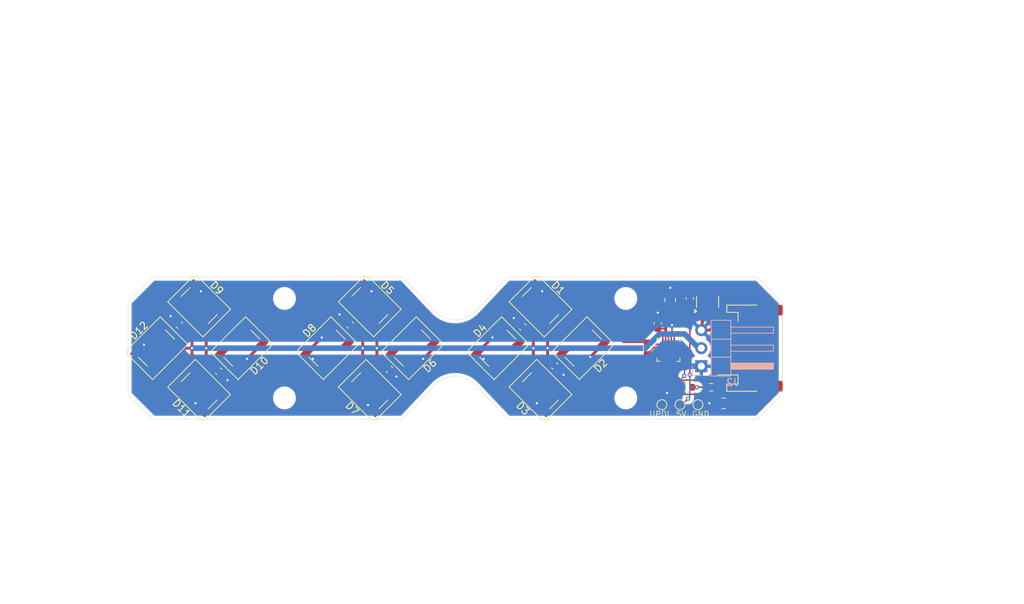
<source format=kicad_pcb>
(kicad_pcb (version 20241229) (generator "pcbnew") (generator_version "9.0")
  (layers (0 "F.Cu" signal) (2 "B.Cu" signal) (13 "F.Paste" user) (15 "B.Paste" user) (5 "F.SilkS" user "F.Silkscreen") (7 "B.SilkS" user "B.Silkscreen") (1 "F.Mask" user) (3 "B.Mask" user) (25 "Edge.Cuts" user))
  (net 0 "")
  (net 1 "/SCL")
  (net 2 "/SDA")
  (net 3 "Net-(U2-C+)")
  (net 4 "Net-(U2-C-)")
  (net 5 "VCC")
  (net 12 "Net-(U1-PA6)")
  (net 20 "VBUS")
  (net 21 "+5V")
  (net 22 "GND")
  (net 23 "/NEOPIXEL")
  (net 25 "/UPDI")
  (net 26 "Net-(D1-DOUT)")
  (net 27 "Net-(D2-DOUT)")
  (net 28 "Net-(D3-DOUT)")
  (net 29 "/NEOPIXEL2")
  (net 30 "/NEOPIXEL3")
  (net 31 "Net-(D5-DOUT)")
  (net 32 "Net-(D6-DOUT)")
  (net 33 "Net-(D7-DOUT)")
  (net 34 "Net-(D10-DIN)")
  (net 35 "Net-(D10-DOUT)")
  (net 36 "Net-(D11-DOUT)")
  (footprint "MountingHole:MountingHole_2.7mm_M2.5" (layer "F.Cu") (at 174 107)
    (property "Reference" "REF**" (hide yes))
    (property "Value" "MountingHole_2.7mm_M2.5" (hide yes))
    (pad "" np_thru_hole circle (at 0 0) (size 2.7 2.7) (drill 2.7) (layers "*.Cu" "*.Mask"))
  )
  (footprint "LED_SMD:LED_SK6812_PLCC4_5.0x5.0mm_P3.2mm" (layer "F.Cu") (at 156 100 45)
    (property "Reference" "D4" (at 0 -3.5 45) (layer "F.SilkS"))
    (property "Value" "SK6812")
    (pad "1" smd rect (at -2.45 -1.6 225) (size 1.5 1) (layers "F.Cu" "F.Mask" "F.Paste") (net 22 "GND"))
    (pad "2" smd rect (at -2.45 1.6 225) (size 1.5 1) (layers "F.Cu" "F.Mask" "F.Paste") (net 28 "Net-(D3-DOUT)"))
    (pad "3" smd rect (at 2.45 1.6 225) (size 1.5 1) (layers "F.Cu" "F.Mask" "F.Paste") (net 5 "VCC"))
    (pad "4" smd rect (at 2.45 -1.6 225) (size 1.5 1) (layers "F.Cu" "F.Mask" "F.Paste") (net 29 "/NEOPIXEL2"))
  )
  (footprint "LED_SMD:LED_SK6812_PLCC4_5.0x5.0mm_P3.2mm" (layer "F.Cu") (at 162 94 -45)
    (property "Reference" "D1" (at 0 -3.5 135) (layer "F.SilkS"))
    (property "Value" "SK6812")
    (pad "1" smd rect (at -2.45 -1.6 135) (size 1.5 1) (layers "F.Cu" "F.Mask" "F.Paste") (net 22 "GND"))
    (pad "2" smd rect (at -2.45 1.6 135) (size 1.5 1) (layers "F.Cu" "F.Mask" "F.Paste") (net 23 "/NEOPIXEL"))
    (pad "3" smd rect (at 2.45 1.6 135) (size 1.5 1) (layers "F.Cu" "F.Mask" "F.Paste") (net 5 "VCC"))
    (pad "4" smd rect (at 2.45 -1.6 135) (size 1.5 1) (layers "F.Cu" "F.Mask" "F.Paste") (net 26 "Net-(D1-DOUT)"))
  )
  (footprint "LED_SMD:LED_SK6812_PLCC4_5.0x5.0mm_P3.2mm" (layer "F.Cu") (at 114 94 -45)
    (property "Reference" "D9" (at 0 -3.5 135) (layer "F.SilkS"))
    (property "Value" "SK6812")
    (pad "1" smd rect (at -2.45 -1.6 135) (size 1.5 1) (layers "F.Cu" "F.Mask" "F.Paste") (net 22 "GND"))
    (pad "2" smd rect (at -2.45 1.6 135) (size 1.5 1) (layers "F.Cu" "F.Mask" "F.Paste") (net 30 "/NEOPIXEL3"))
    (pad "3" smd rect (at 2.45 1.6 135) (size 1.5 1) (layers "F.Cu" "F.Mask" "F.Paste") (net 5 "VCC"))
    (pad "4" smd rect (at 2.45 -1.6 135) (size 1.5 1) (layers "F.Cu" "F.Mask" "F.Paste") (net 34 "Net-(D10-DIN)"))
  )
  (footprint "LED_SMD:LED_SK6812_PLCC4_5.0x5.0mm_P3.2mm" (layer "F.Cu") (at 138 94 -45)
    (property "Reference" "D5" (at 0 -3.5 135) (layer "F.SilkS"))
    (property "Value" "SK6812")
    (pad "1" smd rect (at -2.45 -1.6 135) (size 1.5 1) (layers "F.Cu" "F.Mask" "F.Paste") (net 22 "GND"))
    (pad "2" smd rect (at -2.45 1.6 135) (size 1.5 1) (layers "F.Cu" "F.Mask" "F.Paste") (net 29 "/NEOPIXEL2"))
    (pad "3" smd rect (at 2.45 1.6 135) (size 1.5 1) (layers "F.Cu" "F.Mask" "F.Paste") (net 5 "VCC"))
    (pad "4" smd rect (at 2.45 -1.6 135) (size 1.5 1) (layers "F.Cu" "F.Mask" "F.Paste") (net 31 "Net-(D5-DOUT)"))
  )
  (footprint "LED_SMD:LED_SK6812_PLCC4_5.0x5.0mm_P3.2mm" (layer "F.Cu") (at 120 100 -135)
    (property "Reference" "D10" (at 0 -3.5 45) (layer "F.SilkS"))
    (property "Value" "SK6812")
    (pad "1" smd rect (at -2.45 -1.6 45) (size 1.5 1) (layers "F.Cu" "F.Mask" "F.Paste") (net 22 "GND"))
    (pad "2" smd rect (at -2.45 1.6 45) (size 1.5 1) (layers "F.Cu" "F.Mask" "F.Paste") (net 34 "Net-(D10-DIN)"))
    (pad "3" smd rect (at 2.45 1.6 45) (size 1.5 1) (layers "F.Cu" "F.Mask" "F.Paste") (net 5 "VCC"))
    (pad "4" smd rect (at 2.45 -1.6 45) (size 1.5 1) (layers "F.Cu" "F.Mask" "F.Paste") (net 35 "Net-(D10-DOUT)"))
  )
  (footprint "Capacitor_SMD:C_0805_2012Metric" (layer "F.Cu") (at 180.25 93.25 90)
    (property "Reference" "C2" (hide yes))
    (property "Value" "10uF" (hide yes))
    (pad "1" smd roundrect (at -0.95 0 90) (size 1 1.45) (layers "F.Cu" "F.Mask" "F.Paste") (net 21 "+5V"))
    (pad "2" smd roundrect (at 0.95 0 90) (size 1 1.45) (layers "F.Cu" "F.Mask" "F.Paste") (net 22 "GND"))
  )
  (footprint "TestPoint:TestPoint_Pad_D1.0mm" (layer "F.Cu") (at 181.61 107.95)
    (property "Reference" "TP2" (hide yes))
    (property "Value" "TestPoint" (hide yes))
    (pad "1" smd circle (at 0 0) (size 1 1) (layers "F.Cu" "F.Mask") (net 21 "+5V"))
  )
  (footprint "LED_SMD:LED_SK6812_PLCC4_5.0x5.0mm_P3.2mm" (layer "F.Cu") (at 114 106 135)
    (property "Reference" "D11" (at 0 -3.5 135) (layer "F.SilkS"))
    (property "Value" "SK6812")
    (pad "1" smd rect (at -2.45 -1.6 315) (size 1.5 1) (layers "F.Cu" "F.Mask" "F.Paste") (net 22 "GND"))
    (pad "2" smd rect (at -2.45 1.6 315) (size 1.5 1) (layers "F.Cu" "F.Mask" "F.Paste") (net 35 "Net-(D10-DOUT)"))
    (pad "3" smd rect (at 2.45 1.6 315) (size 1.5 1) (layers "F.Cu" "F.Mask" "F.Paste") (net 5 "VCC"))
    (pad "4" smd rect (at 2.45 -1.6 315) (size 1.5 1) (layers "F.Cu" "F.Mask" "F.Paste") (net 36 "Net-(D11-DOUT)"))
  )
  (footprint "LED_SMD:LED_SK6812_PLCC4_5.0x5.0mm_P3.2mm" (layer "F.Cu") (at 162 106 135)
    (property "Reference" "D3" (at 0 -3.5 135) (layer "F.SilkS"))
    (property "Value" "SK6812")
    (pad "1" smd rect (at -2.45 -1.6 315) (size 1.5 1) (layers "F.Cu" "F.Mask" "F.Paste") (net 22 "GND"))
    (pad "2" smd rect (at -2.45 1.6 315) (size 1.5 1) (layers "F.Cu" "F.Mask" "F.Paste") (net 27 "Net-(D2-DOUT)"))
    (pad "3" smd rect (at 2.45 1.6 315) (size 1.5 1) (layers "F.Cu" "F.Mask" "F.Paste") (net 5 "VCC"))
    (pad "4" smd rect (at 2.45 -1.6 315) (size 1.5 1) (layers "F.Cu" "F.Mask" "F.Paste") (net 28 "Net-(D3-DOUT)"))
  )
  (footprint "MountingHole:MountingHole_2.7mm_M2.5" (layer "F.Cu") (at 174 93)
    (property "Reference" "REF**" (hide yes))
    (property "Value" "MountingHole_2.7mm_M2.5" (hide yes))
    (pad "" np_thru_hole circle (at 0 0) (size 2.7 2.7) (drill 2.7) (layers "*.Cu" "*.Mask"))
  )
  (footprint "Capacitor_SMD:C_0603_1608Metric" (layer "F.Cu") (at 135.25 96.75 135)
    (property "Reference" "C7" (hide yes))
    (property "Value" "1uF" (hide yes))
    (pad "1" smd roundrect (at -0.775 0 135) (size 0.9 0.95) (layers "F.Cu" "F.Mask" "F.Paste") (net 5 "VCC"))
    (pad "2" smd roundrect (at 0.775 0 135) (size 0.9 0.95) (layers "F.Cu" "F.Mask" "F.Paste") (net 22 "GND"))
  )
  (footprint "Capacitor_SMD:C_0603_1608Metric" (layer "F.Cu") (at 183 93 -90)
    (property "Reference" "C3" (hide yes))
    (property "Value" "1uF" (hide yes))
    (pad "1" smd roundrect (at -0.775 0 270) (size 0.9 0.95) (layers "F.Cu" "F.Mask" "F.Paste") (net 3 "Net-(U2-C+)"))
    (pad "2" smd roundrect (at 0.775 0 270) (size 0.9 0.95) (layers "F.Cu" "F.Mask" "F.Paste") (net 4 "Net-(U2-C-)"))
  )
  (footprint "Package_DFN_QFN:VQFN-20-1EP_3x3mm_P0.4mm_EP1.7x1.7mm" (layer "F.Cu") (at 180 100.25 -90)
    (property "Reference" "U1" (hide yes))
    (property "Value" "ATtiny1616-M" (hide yes))
    (pad "1" smd custom (at -1.45 -0.8 270) (size 0.143431 0.143431) (layers "F.Cu" "F.Mask" "F.Paste") (options (clearance outline) (anchor circle)) (primitives (gr_poly (pts (xy -0.35 -0.05) (xy 0.299289 -0.05) (xy 0.35 0.000711) (xy 0.35 0.05) (xy -0.35 0.05)) (width 0.1) (fill yes))))
    (pad "2" smd roundrect (at -1.45 -0.4 270) (size 0.8 0.2) (layers "F.Cu" "F.Mask" "F.Paste"))
    (pad "3" smd roundrect (at -1.45 0 270) (size 0.8 0.2) (layers "F.Cu" "F.Mask" "F.Paste") (net 22 "GND"))
    (pad "4" smd roundrect (at -1.45 0.4 270) (size 0.8 0.2) (layers "F.Cu" "F.Mask" "F.Paste") (net 21 "+5V"))
    (pad "5" smd custom (at -1.45 0.8 270) (size 0.143431 0.143431) (layers "F.Cu" "F.Mask" "F.Paste") (options (clearance outline) (anchor circle)) (primitives (gr_poly (pts (xy -0.35 -0.05) (xy 0.35 -0.05) (xy 0.35 -0.000711) (xy 0.299289 0.05) (xy -0.35 0.05)) (width 0.1) (fill yes))))
    (pad "6" smd custom (at -0.8 1.45 270) (size 0.143431 0.143431) (layers "F.Cu" "F.Mask" "F.Paste") (options (clearance outline) (anchor circle)) (primitives (gr_poly (pts (xy -0.05 -0.299289) (xy 0.000711 -0.35) (xy 0.05 -0.35) (xy 0.05 0.35) (xy -0.05 0.35)) (width 0.1) (fill yes))))
    (pad "7" smd roundrect (at -0.4 1.45 270) (size 0.2 0.8) (layers "F.Cu" "F.Mask" "F.Paste") (net 12 "Net-(U1-PA6)"))
    (pad "8" smd roundrect (at 0 1.45 270) (size 0.2 0.8) (layers "F.Cu" "F.Mask" "F.Paste"))
    (pad "9" smd roundrect (at 0.4 1.45 270) (size 0.2 0.8) (layers "F.Cu" "F.Mask" "F.Paste"))
    (pad "10" smd custom (at 0.8 1.45 270) (size 0.143431 0.143431) (layers "F.Cu" "F.Mask" "F.Paste") (options (clearance outline) (anchor circle)) (primitives (gr_poly (pts (xy -0.05 -0.35) (xy -0.000711 -0.35) (xy 0.05 -0.299289) (xy 0.05 0.35) (xy -0.05 0.35)) (width 0.1) (fill yes))))
    (pad "11" smd custom (at 1.45 0.8 270) (size 0.143431 0.143431) (layers "F.Cu" "F.Mask" "F.Paste") (options (clearance outline) (anchor circle)) (primitives (gr_poly (pts (xy -0.35 -0.05) (xy 0.35 -0.05) (xy 0.35 0.05) (xy -0.299289 0.05) (xy -0.35 -0.000711)) (width 0.1) (fill yes))))
    (pad "12" smd roundrect (at 1.45 0.4 270) (size 0.8 0.2) (layers "F.Cu" "F.Mask" "F.Paste"))
    (pad "13" smd roundrect (at 1.45 0 270) (size 0.8 0.2) (layers "F.Cu" "F.Mask" "F.Paste") (net 2 "/SDA"))
    (pad "14" smd roundrect (at 1.45 -0.4 270) (size 0.8 0.2) (layers "F.Cu" "F.Mask" "F.Paste") (net 1 "/SCL"))
    (pad "15" smd custom (at 1.45 -0.8 270) (size 0.143431 0.143431) (layers "F.Cu" "F.Mask" "F.Paste") (options (clearance outline) (anchor circle)) (primitives (gr_poly (pts (xy -0.35 0.000711) (xy -0.299289 -0.05) (xy 0.35 -0.05) (xy 0.35 0.05) (xy -0.35 0.05)) (width 0.1) (fill yes))))
    (pad "16" smd custom (at 0.8 -1.45 270) (size 0.143431 0.143431) (layers "F.Cu" "F.Mask" "F.Paste") (options (clearance outline) (anchor circle)) (primitives (gr_poly (pts (xy -0.05 -0.35) (xy 0.05 -0.35) (xy 0.05 0.299289) (xy -0.000711 0.35) (xy -0.05 0.35)) (width 0.1) (fill yes))))
    (pad "17" smd roundrect (at 0.4 -1.45 270) (size 0.2 0.8) (layers "F.Cu" "F.Mask" "F.Paste"))
    (pad "18" smd roundrect (at 0 -1.45 270) (size 0.2 0.8) (layers "F.Cu" "F.Mask" "F.Paste"))
    (pad "19" smd roundrect (at -0.4 -1.45 270) (size 0.2 0.8) (layers "F.Cu" "F.Mask" "F.Paste") (net 25 "/UPDI"))
    (pad "20" smd custom (at -0.8 -1.45 270) (size 0.143431 0.143431) (layers "F.Cu" "F.Mask" "F.Paste") (options (clearance outline) (anchor circle)) (primitives (gr_poly (pts (xy -0.05 -0.35) (xy 0.05 -0.35) (xy 0.05 0.35) (xy 0.000711 0.35) (xy -0.05 0.299289)) (width 0.1) (fill yes))))
    (pad "21" smd rect (at 0 0 270) (size 1.7 1.7) (property pad_prop_heatsink) (layers "F.Cu" "F.Mask") (net 22 "GND"))
  )
  (footprint "MountingHole:MountingHole_2.7mm_M2.5" (layer "F.Cu") (at 126 107)
    (property "Reference" "REF**" (hide yes))
    (property "Value" "MountingHole_2.7mm_M2.5" (hide yes))
    (pad "" np_thru_hole circle (at 0 0) (size 2.7 2.7) (drill 2.7) (layers "*.Cu" "*.Mask"))
  )
  (footprint "MountingHole:MountingHole_2.7mm_M2.5" (layer "F.Cu") (at 126 93)
    (property "Reference" "REF**" (hide yes))
    (property "Value" "MountingHole_2.7mm_M2.5" (hide yes))
    (pad "" np_thru_hole circle (at 0 0) (size 2.7 2.7) (drill 2.7) (layers "*.Cu" "*.Mask"))
  )
  (footprint "Resistor_SMD:R_0603_1608Metric" (layer "F.Cu") (at 186 105.5)
    (property "Reference" "R2" (hide yes))
    (property "Value" "10k" (hide yes))
    (pad "1" smd roundrect (at -0.825 0) (size 0.8 0.95) (layers "F.Cu" "F.Mask" "F.Paste") (net 21 "+5V"))
    (pad "2" smd roundrect (at 0.825 0) (size 0.8 0.95) (layers "F.Cu" "F.Mask" "F.Paste") (net 2 "/SDA"))
  )
  (footprint "LED_SMD:LED_SK6812_PLCC4_5.0x5.0mm_P3.2mm" (layer "F.Cu") (at 138 106 135)
    (property "Reference" "D7" (at 0 -3.5 135) (layer "F.SilkS"))
    (property "Value" "SK6812")
    (pad "1" smd rect (at -2.45 -1.6 315) (size 1.5 1) (layers "F.Cu" "F.Mask" "F.Paste") (net 22 "GND"))
    (pad "2" smd rect (at -2.45 1.6 315) (size 1.5 1) (layers "F.Cu" "F.Mask" "F.Paste") (net 32 "Net-(D6-DOUT)"))
    (pad "3" smd rect (at 2.45 1.6 315) (size 1.5 1) (layers "F.Cu" "F.Mask" "F.Paste") (net 5 "VCC"))
    (pad "4" smd rect (at 2.45 -1.6 315) (size 1.5 1) (layers "F.Cu" "F.Mask" "F.Paste") (net 33 "Net-(D7-DOUT)"))
  )
  (footprint "Resistor_SMD:R_0603_1608Metric" (layer "F.Cu") (at 177 100 90)
    (property "Reference" "R3" (hide yes))
    (property "Value" "100" (hide yes))
    (pad "1" smd roundrect (at -0.825 0 90) (size 0.8 0.95) (layers "F.Cu" "F.Mask" "F.Paste") (net 12 "Net-(U1-PA6)"))
    (pad "2" smd roundrect (at 0.825 0 90) (size 0.8 0.95) (layers "F.Cu" "F.Mask" "F.Paste") (net 23 "/NEOPIXEL"))
  )
  (footprint "Capacitor_SMD:C_0603_1608Metric" (layer "F.Cu") (at 159.5 97 135)
    (property "Reference" "C5" (hide yes))
    (property "Value" "1uF" (hide yes))
    (pad "1" smd roundrect (at -0.775 0 135) (size 0.9 0.95) (layers "F.Cu" "F.Mask" "F.Paste") (net 5 "VCC"))
    (pad "2" smd roundrect (at 0.775 0 135) (size 0.9 0.95) (layers "F.Cu" "F.Mask" "F.Paste") (net 22 "GND"))
  )
  (footprint "Connector_JST:JST_PH_S4B-PH-SM4-TB_1x04-1MP_P2.00mm_Horizontal" (layer "F.Cu") (at 191.5 100 90)
    (property "Reference" "J1" (hide yes))
    (property "Value" "Conn_01x04" (hide yes))
    (pad "1" smd roundrect (at -3 -2.85 90) (size 1 3.5) (layers "F.Cu" "F.Mask" "F.Paste") (net 1 "/SCL"))
    (pad "2" smd roundrect (at -1 -2.85 90) (size 1 3.5) (layers "F.Cu" "F.Mask" "F.Paste") (net 2 "/SDA"))
    (pad "3" smd roundrect (at 1 -2.85 90) (size 1 3.5) (layers "F.Cu" "F.Mask" "F.Paste") (net 20 "VBUS"))
    (pad "4" smd roundrect (at 3 -2.85 90) (size 1 3.5) (layers "F.Cu" "F.Mask" "F.Paste") (net 22 "GND"))
    (pad "MP" smd roundrect (at -5.35 2.9 90) (size 1.5 3.4) (layers "F.Cu" "F.Mask" "F.Paste") (roundrect_rratio 0.166667))
    (pad "MP" smd roundrect (at 5.35 2.9 90) (size 1.5 3.4) (layers "F.Cu" "F.Mask" "F.Paste") (roundrect_rratio 0.166667))
  )
  (footprint "Resistor_SMD:R_0603_1608Metric" (layer "F.Cu") (at 182.5 105.5 180)
    (property "Reference" "R1" (hide yes))
    (property "Value" "10k" (hide yes))
    (pad "1" smd roundrect (at -0.825 0 180) (size 0.8 0.95) (layers "F.Cu" "F.Mask" "F.Paste") (net 21 "+5V"))
    (pad "2" smd roundrect (at 0.825 0 180) (size 0.8 0.95) (layers "F.Cu" "F.Mask" "F.Paste") (net 1 "/SCL"))
  )
  (footprint "LED_SMD:LED_SK6812_PLCC4_5.0x5.0mm_P3.2mm" (layer "F.Cu") (at 108 100 45)
    (property "Reference" "D12" (at 0 -3.5 45) (layer "F.SilkS"))
    (property "Value" "SK6812")
    (pad "1" smd rect (at -2.45 -1.6 225) (size 1.5 1) (layers "F.Cu" "F.Mask" "F.Paste") (net 22 "GND"))
    (pad "2" smd rect (at -2.45 1.6 225) (size 1.5 1) (layers "F.Cu" "F.Mask" "F.Paste") (net 36 "Net-(D11-DOUT)"))
    (pad "3" smd rect (at 2.45 1.6 225) (size 1.5 1) (layers "F.Cu" "F.Mask" "F.Paste") (net 5 "VCC"))
    (pad "4" smd rect (at 2.45 -1.6 225) (size 1.5 1) (layers "F.Cu" "F.Mask" "F.Paste"))
  )
  (footprint "Capacitor_SMD:C_0805_2012Metric" (layer "F.Cu") (at 187.75 107.75 180)
    (property "Reference" "C1" (hide yes))
    (property "Value" "10uF" (hide yes))
    (pad "1" smd roundrect (at -0.95 0 180) (size 1 1.45) (layers "F.Cu" "F.Mask" "F.Paste") (net 20 "VBUS"))
    (pad "2" smd roundrect (at 0.95 0 180) (size 1 1.45) (layers "F.Cu" "F.Mask" "F.Paste") (net 22 "GND"))
  )
  (footprint "Capacitor_SMD:C_0603_1608Metric" (layer "F.Cu") (at 178.5 96.5 90)
    (property "Reference" "C4" (hide yes))
    (property "Value" "100nF" (hide yes))
    (pad "1" smd roundrect (at -0.775 0 90) (size 0.9 0.95) (layers "F.Cu" "F.Mask" "F.Paste") (net 21 "+5V"))
    (pad "2" smd roundrect (at 0.775 0 90) (size 0.9 0.95) (layers "F.Cu" "F.Mask" "F.Paste") (net 22 "GND"))
  )
  (footprint "TestPoint:TestPoint_Pad_D1.0mm" (layer "F.Cu") (at 179.07 107.95)
    (property "Reference" "TP3" (hide yes))
    (property "Value" "TestPoint" (hide yes))
    (pad "1" smd circle (at 0 0) (size 1 1) (layers "F.Cu" "F.Mask") (net 25 "/UPDI"))
  )
  (footprint "LED_SMD:LED_SK6812_PLCC4_5.0x5.0mm_P3.2mm" (layer "F.Cu") (at 168 100 -135)
    (property "Reference" "D2" (at 0 -3.5 45) (layer "F.SilkS"))
    (property "Value" "SK6812")
    (pad "1" smd rect (at -2.45 -1.6 45) (size 1.5 1) (layers "F.Cu" "F.Mask" "F.Paste") (net 22 "GND"))
    (pad "2" smd rect (at -2.45 1.6 45) (size 1.5 1) (layers "F.Cu" "F.Mask" "F.Paste") (net 26 "Net-(D1-DOUT)"))
    (pad "3" smd rect (at 2.45 1.6 45) (size 1.5 1) (layers "F.Cu" "F.Mask" "F.Paste") (net 5 "VCC"))
    (pad "4" smd rect (at 2.45 -1.6 45) (size 1.5 1) (layers "F.Cu" "F.Mask" "F.Paste") (net 27 "Net-(D2-DOUT)"))
  )
  (footprint "LED_SMD:LED_SK6812_PLCC4_5.0x5.0mm_P3.2mm" (layer "F.Cu") (at 144 100 -135)
    (property "Reference" "D6" (at 0 -3.5 45) (layer "F.SilkS"))
    (property "Value" "SK6812")
    (pad "1" smd rect (at -2.45 -1.6 45) (size 1.5 1) (layers "F.Cu" "F.Mask" "F.Paste") (net 22 "GND"))
    (pad "2" smd rect (at -2.45 1.6 45) (size 1.5 1) (layers "F.Cu" "F.Mask" "F.Paste") (net 31 "Net-(D5-DOUT)"))
    (pad "3" smd rect (at 2.45 1.6 45) (size 1.5 1) (layers "F.Cu" "F.Mask" "F.Paste") (net 5 "VCC"))
    (pad "4" smd rect (at 2.45 -1.6 45) (size 1.5 1) (layers "F.Cu" "F.Mask" "F.Paste") (net 32 "Net-(D6-DOUT)"))
  )
  (footprint "Capacitor_SMD:C_0603_1608Metric" (layer "F.Cu") (at 140.75 103 -45)
    (property "Reference" "C8" (hide yes))
    (property "Value" "1uF" (hide yes))
    (pad "1" smd roundrect (at -0.775 0 315) (size 0.9 0.95) (layers "F.Cu" "F.Mask" "F.Paste") (net 5 "VCC"))
    (pad "2" smd roundrect (at 0.775 0 315) (size 0.9 0.95) (layers "F.Cu" "F.Mask" "F.Paste") (net 22 "GND"))
  )
  (footprint "TestPoint:TestPoint_Pad_D1.0mm" (layer "F.Cu") (at 184.15 107.95)
    (property "Reference" "TP1" (hide yes))
    (property "Value" "TestPoint" (hide yes))
    (pad "1" smd circle (at 0 0) (size 1 1) (layers "F.Cu" "F.Mask") (net 22 "GND"))
  )
  (footprint "Capacitor_SMD:C_0603_1608Metric" (layer "F.Cu") (at 164 102.5 -45)
    (property "Reference" "C6" (hide yes))
    (property "Value" "1uF" (hide yes))
    (pad "1" smd roundrect (at -0.775 0 315) (size 0.9 0.95) (layers "F.Cu" "F.Mask" "F.Paste") (net 5 "VCC"))
    (pad "2" smd roundrect (at 0.775 0 315) (size 0.9 0.95) (layers "F.Cu" "F.Mask" "F.Paste") (net 22 "GND"))
  )
  (footprint "Package_TO_SOT_SMD:TSOT-23-6" (layer "F.Cu") (at 185.5 93.5 90)
    (property "Reference" "U2" (hide yes))
    (property "Value" "AP3602" (hide yes))
    (pad "1" smd roundrect (at -1.1375 -0.95 90) (size 1.325 0.6) (layers "F.Cu" "F.Mask" "F.Paste") (net 21 "+5V"))
    (pad "2" smd roundrect (at -1.1375 0 90) (size 1.325 0.6) (layers "F.Cu" "F.Mask" "F.Paste") (net 22 "GND"))
    (pad "3" smd roundrect (at -1.1375 0.95 90) (size 1.325 0.6) (layers "F.Cu" "F.Mask" "F.Paste") (net 20 "VBUS"))
    (pad "4" smd roundrect (at 1.1375 0.95 90) (size 1.325 0.6) (layers "F.Cu" "F.Mask" "F.Paste") (net 4 "Net-(U2-C-)"))
    (pad "5" smd roundrect (at 1.1375 0 90) (size 1.325 0.6) (layers "F.Cu" "F.Mask" "F.Paste") (net 20 "VBUS"))
    (pad "6" smd roundrect (at 1.1375 -0.95 90) (size 1.325 0.6) (layers "F.Cu" "F.Mask" "F.Paste") (net 3 "Net-(U2-C+)"))
  )
  (footprint "Capacitor_SMD:C_0603_1608Metric" (layer "F.Cu") (at 111.25 96.75 135)
    (property "Reference" "C9" (hide yes))
    (property "Value" "1uF" (hide yes))
    (pad "1" smd roundrect (at -0.775 0 135) (size 0.9 0.95) (layers "F.Cu" "F.Mask" "F.Paste") (net 5 "VCC"))
    (pad "2" smd roundrect (at 0.775 0 135) (size 0.9 0.95) (layers "F.Cu" "F.Mask" "F.Paste") (net 22 "GND"))
  )
  (footprint "LED_SMD:LED_SK6812_PLCC4_5.0x5.0mm_P3.2mm" (layer "F.Cu") (at 132 100 45)
    (property "Reference" "D8" (at 0 -3.5 45) (layer "F.SilkS"))
    (property "Value" "SK6812")
    (pad "1" smd rect (at -2.45 -1.6 225) (size 1.5 1) (layers "F.Cu" "F.Mask" "F.Paste") (net 22 "GND"))
    (pad "2" smd rect (at -2.45 1.6 225) (size 1.5 1) (layers "F.Cu" "F.Mask" "F.Paste") (net 33 "Net-(D7-DOUT)"))
    (pad "3" smd rect (at 2.45 1.6 225) (size 1.5 1) (layers "F.Cu" "F.Mask" "F.Paste") (net 5 "VCC"))
    (pad "4" smd rect (at 2.45 -1.6 225) (size 1.5 1) (layers "F.Cu" "F.Mask" "F.Paste") (net 30 "/NEOPIXEL3"))
  )
  (footprint "Capacitor_SMD:C_0603_1608Metric" (layer "F.Cu") (at 116.75 103.25 -45)
    (property "Reference" "C10" (hide yes))
    (property "Value" "1uF" (hide yes))
    (pad "1" smd roundrect (at -0.775 0 315) (size 0.9 0.95) (layers "F.Cu" "F.Mask" "F.Paste") (net 5 "VCC"))
    (pad "2" smd roundrect (at 0.775 0 315) (size 0.9 0.95) (layers "F.Cu" "F.Mask" "F.Paste") (net 22 "GND"))
  )
  (footprint "Connector_PinHeader_2.54mm:PinHeader_1x03_P2.54mm_Horizontal" (layer "B.Cu") (at 184.615 102.54)
    (property "Reference" "J2" (at 4.385 2.27 180) (layer "B.SilkS") (effects (justify mirror)))
    (property "Value" "Conn_01x03")
    (pad "1" thru_hole rect (at 0 0) (size 1.7 1.7) (drill 1) (layers "*.Cu" "*.Mask") (net 22 "GND"))
    (pad "2" thru_hole circle (at 0 -2.54) (size 1.7 1.7) (drill 1) (layers "*.Cu" "*.Mask") (net 5 "VCC"))
    (pad "3" thru_hole circle (at 0 -5.08) (size 1.7 1.7) (drill 1) (layers "*.Cu" "*.Mask") (net 22 "GND"))
  )
  (gr_line (start 147.171573 94.828425) (end 142.6 89.999998) (stroke (width 0.05)) (layer "Edge.Cuts"))
  (gr_line (start 142.600002 110) (end 107.5 110) (stroke (width 0.05)) (layer "Edge.Cuts"))
  (gr_line (start 152.828427 105.171573) (end 157.4 110) (stroke (width 0.05)) (layer "Edge.Cuts"))
  (gr_line (start 104 93.5) (end 107.5 90) (stroke (width 0.05)) (layer "Edge.Cuts"))
  (gr_line (start 152.828427 94.828427) (end 157.4 90) (stroke (width 0.05)) (layer "Edge.Cuts"))
  (gr_line (start 147.171573 105.171575) (end 142.6 110.000002) (stroke (width 0.05)) (layer "Edge.Cuts"))
  (gr_arc (start 150 96) (mid 148.469266 95.695518) (end 147.171573 94.828427) (stroke (width 0.05)) (layer "Edge.Cuts"))
  (gr_line (start 196 106.5) (end 192.5 110) (stroke (width 0.05)) (layer "Edge.Cuts"))
  (gr_arc (start 147.171573 105.171573) (mid 148.469266 104.304482) (end 150 104) (stroke (width 0.05)) (layer "Edge.Cuts"))
  (gr_arc (start 152.828427 94.828427) (mid 151.530734 95.695518) (end 150 96) (stroke (width 0.05)) (layer "Edge.Cuts"))
  (gr_line (start 157.4 90) (end 192.5 90) (stroke (width 0.05)) (layer "Edge.Cuts"))
  (gr_line (start 142.6 89.999998) (end 107.5 90) (stroke (width 0.05)) (layer "Edge.Cuts"))
  (gr_line (start 157.4 110) (end 192.5 110) (stroke (width 0.05)) (layer "Edge.Cuts"))
  (gr_line (start 196 93.5) (end 196 106.5) (stroke (width 0.05)) (layer "Edge.Cuts"))
  (gr_line (start 196 93.5) (end 192.5 90) (stroke (width 0.05)) (layer "Edge.Cuts"))
  (gr_arc (start 150 104) (mid 151.530734 104.304482) (end 152.828427 105.171573) (stroke (width 0.05)) (layer "Edge.Cuts"))
  (gr_line (start 104 106.5) (end 107.5 110) (stroke (width 0.05)) (layer "Edge.Cuts"))
  (gr_line (start 104 93.5) (end 104 106.5) (stroke (width 0.05)) (layer "Edge.Cuts"))
  (gr_text "GND" (at 183.25 109.75 0) (layer "F.SilkS") (effects (font (size 0.8 0.8) (thickness 0.1)) (justify left bottom)))
  (gr_text "5V" (at 181 109.75 0) (layer "F.SilkS") (effects (font (size 0.8 0.8) (thickness 0.1)) (justify left bottom)))
  (gr_text "UPDI" (at 177.25 109.75 0) (layer "F.SilkS") (effects (font (size 0.8 0.8) (thickness 0.1)) (justify left bottom)))
  (segment (start 181.675 104.575) (end 181.75 104.5) (width 0.2) (layer "F.Cu") (net 1))
  (segment (start 180.4 101.7) (end 180.4 103.15) (width 0.2) (layer "F.Cu") (net 1))
  (segment (start 181.75 104.5) (end 187.75 104.5) (width 0.2) (layer "F.Cu") (net 1))
  (segment (start 188.65 103) (end 188.65 103.6) (width 0.2) (layer "F.Cu") (net 1))
  (segment (start 188.65 103.6) (end 187.75 104.5) (width 0.2) (layer "F.Cu") (net 1))
  (segment (start 181.75 104.5) (end 180.4 103.15) (width 0.2) (layer "F.Cu") (net 1))
  (segment (start 181.675 105.5) (end 181.675 104.575) (width 0.2) (layer "F.Cu") (net 1))
  (segment (start 191 105) (end 191 101.5) (width 0.2) (layer "F.Cu") (net 2))
  (segment (start 189.5 106.5) (end 191 105) (width 0.2) (layer "F.Cu") (net 2))
  (segment (start 191 101.5) (end 190.5 101) (width 0.2) (layer "F.Cu") (net 2))
  (segment (start 180 105.091849) (end 181.408151 106.5) (width 0.2) (layer "F.Cu") (net 2))
  (segment (start 186.825 106.425) (end 186.75 106.5) (width 0.2) (layer "F.Cu") (net 2))
  (segment (start 186.75 106.5) (end 189.5 106.5) (width 0.2) (layer "F.Cu") (net 2))
  (segment (start 181.408151 106.5) (end 186.75 106.5) (width 0.2) (layer "F.Cu") (net 2))
  (segment (start 186.825 105.5) (end 186.825 106.425) (width 0.2) (layer "F.Cu") (net 2))
  (segment (start 190.5 101) (end 188.65 101) (width 0.2) (layer "F.Cu") (net 2))
  (segment (start 180 101.7) (end 180 105.091849) (width 0.2) (layer "F.Cu") (net 2))
  (segment (start 183 92.225) (end 184.4125 92.225) (width 0.2) (layer "F.Cu") (net 3))
  (segment (start 186.45 93.2) (end 186.45 92.3625) (width 0.2) (layer "F.Cu") (net 4))
  (segment (start 183.275 93.5) (end 186.15 93.5) (width 0.2) (layer "F.Cu") (net 4))
  (segment (start 186.15 93.5) (end 186.45 93.2) (width 0.2) (layer "F.Cu") (net 4))
  (segment (start 113 102.737259) (end 113 100) (width 0.4) (layer "F.Cu") (net 5))
  (segment (start 135.464823 100) (end 137 100) (width 0.4) (layer "F.Cu") (net 5))
  (segment (start 115 100) (end 116.535177 100) (width 0.4) (layer "F.Cu") (net 5))
  (segment (start 158.863782 99.398959) (end 159.464823 100) (width 0.4) (layer "F.Cu") (net 5))
  (segment (start 139 100) (end 139 101.25) (width 0.4) (layer "F.Cu") (net 5))
  (segment (start 113 100) (end 113 98.5) (width 0.4) (layer "F.Cu") (net 5))
  (segment (start 139 100) (end 139 97.262741) (width 0.4) (layer "F.Cu") (net 5))
  (segment (start 110.863782 99.398959) (end 111.464823 100) (width 0.4) (layer "F.Cu") (net 5))
  (segment (start 159.464823 100) (end 164.535177 100) (width 0.4) (layer "F.Cu") (net 5))
  (segment (start 161 102.737259) (end 161.398959 103.136218) (width 0.4) (layer "F.Cu") (net 5))
  (segment (start 111.464823 100) (end 115 100) (width 0.4) (layer "F.Cu") (net 5))
  (segment (start 164.535177 100) (end 165.136218 100.601041) (width 0.4) (layer "F.Cu") (net 5))
  (segment (start 139 97.262741) (end 138.601041 96.863782) (width 0.4) (layer "F.Cu") (net 5))
  (segment (start 163 101.5) (end 163.451992 101.951992) (width 0.4) (layer "F.Cu") (net 5))
  (segment (start 139 101.25) (end 140.201992 102.451992) (width 0.4) (layer "F.Cu") (net 5))
  (segment (start 163 100) (end 163 101.5) (width 0.4) (layer "F.Cu") (net 5))
  (segment (start 137 102.737259) (end 137.398959 103.136218) (width 0.4) (layer "F.Cu") (net 5))
  (segment (start 161 98.5) (end 161 100) (width 0.4) (layer "F.Cu") (net 5))
  (segment (start 163 97.262741) (end 162.601041 96.863782) (width 0.4) (layer "F.Cu") (net 5))
  (segment (start 134.863782 99.398959) (end 135.464823 100) (width 0.4) (layer "F.Cu") (net 5))
  (segment (start 139 100) (end 140.535177 100) (width 0.4) (layer "F.Cu") (net 5))
  (segment (start 137 100) (end 139 100) (width 0.4) (layer "F.Cu") (net 5))
  (segment (start 116.535177 100) (end 117.136218 100.601041) (width 0.4) (layer "F.Cu") (net 5))
  (segment (start 161 100) (end 161 102.737259) (width 0.4) (layer "F.Cu") (net 5))
  (segment (start 113.398959 103.136218) (end 113 102.737259) (width 0.4) (layer "F.Cu") (net 5))
  (segment (start 140.535177 100) (end 141.136218 100.601041) (width 0.4) (layer "F.Cu") (net 5))
  (segment (start 137 98.5) (end 135.798008 97.298008) (width 0.4) (layer "F.Cu") (net 5))
  (segment (start 160.048008 97.548008) (end 161 98.5) (width 0.4) (layer "F.Cu") (net 5))
  (segment (start 115 101.5) (end 116.201992 102.701992) (width 0.4) (layer "F.Cu") (net 5))
  (segment (start 137 100) (end 137 98.5) (width 0.4) (layer "F.Cu") (net 5))
  (segment (start 137 100) (end 137 102.737259) (width 0.4) (layer "F.Cu") (net 5))
  (segment (start 115 100) (end 115 97.262741) (width 0.4) (layer "F.Cu") (net 5))
  (segment (start 113 98.5) (end 111.798008 97.298008) (width 0.4) (layer "F.Cu") (net 5))
  (segment (start 163 100) (end 163 97.262741) (width 0.4) (layer "F.Cu") (net 5))
  (segment (start 115 100) (end 115 101.5) (width 0.4) (layer "F.Cu") (net 5))
  (segment (start 115 97.262741) (end 114.601041 96.863782) (width 0.4) (layer "F.Cu") (net 5))
  (via (at 161 100) (size 0.6) (drill 0.3) (layers "F.Cu" "B.Cu") (net 5))
  (via (at 115 100) (size 0.6) (drill 0.3) (layers "F.Cu" "B.Cu") (net 5))
  (via (at 113 100) (size 0.6) (drill 0.3) (layers "F.Cu" "B.Cu") (net 5))
  (via (at 163 100) (size 0.6) (drill 0.3) (layers "F.Cu" "B.Cu") (net 5))
  (via (at 139 100) (size 0.6) (drill 0.3) (layers "F.Cu" "B.Cu") (net 5))
  (via (at 137 100) (size 0.6) (drill 0.3) (layers "F.Cu" "B.Cu") (net 5))
  (segment (start 115 100) (end 176.75 100) (width 0.8) (layer "B.Cu") (net 5))
  (segment (start 176.75 100) (end 178.75 98) (width 0.8) (layer "B.Cu") (net 5))
  (segment (start 182.25 98) (end 184.25 100) (width 0.8) (layer "B.Cu") (net 5))
  (segment (start 113 100) (end 115 100) (width 0.8) (layer "B.Cu") (net 5))
  (segment (start 178.75 98) (end 182.25 98) (width 0.8) (layer "B.Cu") (net 5))
  (segment (start 177.975 99.85) (end 177 100.825) (width 0.17) (layer "F.Cu") (net 12))
  (segment (start 178.55 99.85) (end 177.975 99.85) (width 0.17) (layer "F.Cu") (net 12))
  (segment (start 190.5 107.75) (end 188.7 107.75) (width 0.4) (layer "F.Cu") (net 20))
  (segment (start 185.5 91.5) (end 185.5 92.3625) (width 0.4) (layer "F.Cu") (net 20))
  (segment (start 188.65 99) (end 191.25 99) (width 0.4) (layer "F.Cu") (net 20))
  (segment (start 187.3625 94.6375) (end 188 94) (width 0.2) (layer "F.Cu") (net 20))
  (segment (start 192 99.25) (end 192 106.25) (width 0.4) (layer "F.Cu") (net 20))
  (segment (start 186.45 94.6375) (end 187.3625 94.6375) (width 0.2) (layer "F.Cu") (net 20))
  (segment (start 191 91) (end 186 91) (width 0.4) (layer "F.Cu") (net 20))
  (segment (start 186 91) (end 185.5 91.5) (width 0.4) (layer "F.Cu") (net 20))
  (segment (start 191.25 99) (end 191.5 98.75) (width 0.4) (layer "F.Cu") (net 20))
  (segment (start 188 94) (end 188 91) (width 0.2) (layer "F.Cu") (net 20))
  (segment (start 192 106.25) (end 190.5 107.75) (width 0.4) (layer "F.Cu") (net 20))
  (segment (start 191.5 91.5) (end 191 91) (width 0.4) (layer "F.Cu") (net 20))
  (segment (start 191.5 98.75) (end 192 99.25) (width 0.4) (layer "F.Cu") (net 20))
  (segment (start 191.5 98.75) (end 191.5 91.5) (width 0.4) (layer "F.Cu") (net 20))
  (segment (start 180.25 95.25) (end 180.25 95.5) (width 0.4) (layer "F.Cu") (net 21))
  (segment (start 184.55 94.6375) (end 183.83125 94.6375) (width 0.4) (layer "F.Cu") (net 21))
  (segment (start 181.9 107.95) (end 182.75 107.1) (width 0.2) (layer "F.Cu") (net 21))
  (segment (start 179.6 97.25) (end 179.6 96.15) (width 0.4) (layer "F.Cu") (net 21))
  (segment (start 179.575 97.275) (end 179.6 97.25) (width 0.2) (layer "F.Cu") (net 21))
  (segment (start 179.6 98.8) (end 179.6 97.75) (width 0.17) (layer "F.Cu") (net 21))
  (segment (start 184 105.5) (end 185.175 105.5) (width 0.2) (layer "F.Cu") (net 21))
  (segment (start 181.61 107.95) (end 181.9 107.95) (width 0.2) (layer "F.Cu") (net 21))
  (segment (start 183.83125 94.6375) (end 183.21875 95.25) (width 0.4) (layer "F.Cu") (net 21))
  (segment (start 183.21875 95.25) (end 180.25 95.25) (width 0.4) (layer "F.Cu") (net 21))
  (segment (start 183.325 105.5) (end 184 105.5) (width 0.2) (layer "F.Cu") (net 21))
  (segment (start 179.6 96.15) (end 180.25 95.5) (width 0.4) (layer "F.Cu") (net 21))
  (segment (start 180.25 95.5) (end 180.25 94.2) (width 0.4) (layer "F.Cu") (net 21))
  (segment (start 183 103.75) (end 183 95.25) (width 0.2) (layer "F.Cu") (net 21))
  (segment (start 178.5 97.275) (end 179.575 97.275) (width 0.2) (layer "F.Cu") (net 21))
  (segment (start 179.6 97.75) (end 179.6 97.25) (width 0.4) (layer "F.Cu") (net 21))
  (via (at 182.75 107.1) (size 0.6) (drill 0.3) (layers "F.Cu" "B.Cu") (net 21))
  (via (at 184 105.5) (size 0.6) (drill 0.3) (layers "F.Cu" "B.Cu") (net 21))
  (via (at 183 103.75) (size 0.6) (drill 0.3) (layers "F.Cu" "B.Cu") (net 21))
  (segment (start 183 106.85) (end 183 105.5) (width 0.2) (layer "B.Cu") (net 21))
  (segment (start 183 105.5) (end 183 103.75) (width 0.2) (layer "B.Cu") (net 21))
  (segment (start 182.75 107.1) (end 183 106.85) (width 0.2) (layer "B.Cu") (net 21))
  (segment (start 184 105.5) (end 183 105.5) (width 0.2) (layer "B.Cu") (net 21))
  (segment (start 185.79 97.46) (end 186.25 97) (width 0.4) (layer "F.Cu") (net 22))
  (segment (start 185.2 107.75) (end 185.75 107.75) (width 0.2) (layer "F.Cu") (net 22))
  (segment (start 117.298008 103.798008) (end 118 104.5) (width 0.4) (layer "F.Cu") (net 22))
  (segment (start 178.5 95.725) (end 178.5 95) (width 0.2) (layer "F.Cu") (net 22))
  (segment (start 185.5 94.6375) (end 185.5 95.5) (width 0.4) (layer "F.Cu") (net 22))
  (segment (start 146.863782 99.398959) (end 146.863782 100.136218) (width 0.4) (layer "F.Cu") (net 22))
  (segment (start 110.701992 96.201992) (end 110 95.5) (width 0.4) (layer "F.Cu") (net 22))
  (segment (start 180.5 96.75) (end 180.5 97.75) (width 0.2) (layer "F.Cu") (net 22))
  (segment (start 129.148959 100.601041) (end 131.25 98.5) (width 0.4) (layer "F.Cu") (net 22))
  (segment (start 180.25 92.3) (end 180.25 91.5) (width 0.2) (layer "F.Cu") (net 22))
  (segment (start 185.5 95.5) (end 184.75 96.25) (width 0.4) (layer "F.Cu") (net 22))
  (segment (start 122.851041 99.398959) (end 120.75 101.5) (width 0.4) (layer "F.Cu") (net 22))
  (segment (start 114.601041 108.851041) (end 113.5 107.75) (width 0.4) (layer "F.Cu") (net 22))
  (segment (start 146.863782 100.136218) (end 145.5 101.5) (width 0.4) (layer "F.Cu") (net 22))
  (segment (start 164.548008 103.048008) (end 165.25 103.75) (width 0.4) (layer "F.Cu") (net 22))
  (segment (start 184.615 97.46) (end 185.79 97.46) (width 0.4) (layer "F.Cu") (net 22))
  (segment (start 185 107.95) (end 185.2 107.75) (width 0.2) (layer "F.Cu") (net 22))
  (segment (start 180 98.8) (end 180 100.25) (width 0.17) (layer "F.Cu") (net 22))
  (segment (start 158.951992 96.451992) (end 158.25 95.75) (width 0.4) (layer "F.Cu") (net 22))
  (segment (start 162.601041 108.851041) (end 161.5 107.75) (width 0.4) (layer "F.Cu") (net 22))
  (segment (start 153.136218 100.636218) (end 154 101.5) (width 0.4) (layer "F.Cu") (net 22))
  (segment (start 180 98.25) (end 180 98.8) (width 0.17) (layer "F.Cu") (net 22))
  (segment (start 138.601041 108.851041) (end 137.75 108) (width 0.4) (layer "F.Cu") (net 22))
  (segment (start 184.15 107.95) (end 185 107.95) (width 0.2) (layer "F.Cu") (net 22))
  (segment (start 105.148959 100.601041) (end 106.25 99.5) (width 0.4) (layer "F.Cu") (net 22))
  (segment (start 184.75 96.25) (end 184.75 97.325) (width 0.4) (layer "F.Cu") (net 22))
  (segment (start 113.398959 91.148959) (end 114.25 92) (width 0.4) (layer "F.Cu") (net 22))
  (segment (start 161.398959 91.148959) (end 162.25 92) (width 0.4) (layer "F.Cu") (net 22))
  (segment (start 180.5 97.75) (end 180 98.25) (width 0.2) (layer "F.Cu") (net 22))
  (segment (start 134.701992 96.201992) (end 133.75 95.25) (width 0.4) (layer "F.Cu") (net 22))
  (segment (start 186.25 97) (end 188.65 97) (width 0.4) (layer "F.Cu") (net 22))
  (segment (start 170.851041 99.398959) (end 169 101.25) (width 0.4) (layer "F.Cu") (net 22))
  (segment (start 141.298008 103.548008) (end 141.75 104) (width 0.4) (layer "F.Cu") (net 22))
  (segment (start 153.148959 100.601041) (end 155.25 98.5) (width 0.4) (layer "F.Cu") (net 22))
  (segment (start 185.75 107.75) (end 186.8 107.75) (width 0.2) (layer "F.Cu") (net 22))
  (segment (start 129.136218 100.636218) (end 130 101.5) (width 0.4) (layer "F.Cu") (net 22))
  (segment (start 137.398959 91.148959) (end 138.25 92) (width 0.4) (layer "F.Cu") (net 22))
  (via (at 106.25 99.5) (size 0.6) (drill 0.3) (layers "F.Cu" "B.Cu") (net 22))
  (via (at 110 95.5) (size 0.6) (drill 0.3) (layers "F.Cu" "B.Cu") (net 22))
  (via (at 178.5 95) (size 0.6) (drill 0.3) (layers "F.Cu" "B.Cu") (net 22))
  (via (at 133.75 95.25) (size 0.6) (drill 0.3) (layers "F.Cu" "B.Cu") (net 22))
  (via (at 120.75 101.5) (size 0.6) (drill 0.3) (layers "F.Cu" "B.Cu") (net 22))
  (via (at 158.25 95.75) (size 0.6) (drill 0.3) (layers "F.Cu" "B.Cu") (net 22))
  (via (at 169 101.25) (size 0.6) (drill 0.3) (layers "F.Cu" "B.Cu") (net 22))
  (via (at 154 101.5) (size 0.6) (drill 0.3) (layers "F.Cu" "B.Cu") (net 22))
  (via (at 180.25 91.5) (size 0.6) (drill 0.3) (layers "F.Cu" "B.Cu") (net 22))
  (via (at 165.25 103.75) (size 0.6) (drill 0.3) (layers "F.Cu" "B.Cu") (net 22))
  (via (at 130 101.5) (size 0.6) (drill 0.3) (layers "F.Cu" "B.Cu") (net 22))
  (via (at 141.75 104) (size 0.6) (drill 0.3) (layers "F.Cu" "B.Cu") (net 22))
  (via (at 145.5 101.5) (size 0.6) (drill 0.3) (layers "F.Cu" "B.Cu") (net 22))
  (via (at 131.25 98.5) (size 0.6) (drill 0.3) (layers "F.Cu" "B.Cu") (net 22))
  (via (at 138.25 92) (size 0.6) (drill 0.3) (layers "F.Cu" "B.Cu") (net 22))
  (via (at 137.75 108) (size 0.6) (drill 0.3) (layers "F.Cu" "B.Cu") (net 22))
  (via (at 185.75 107.75) (size 0.6) (drill 0.3) (layers "F.Cu" "B.Cu") (net 22))
  (via (at 114.25 92) (size 0.6) (drill 0.3) (layers "F.Cu" "B.Cu") (net 22))
  (via (at 118 104.5) (size 0.6) (drill 0.3) (layers "F.Cu" "B.Cu") (net 22))
  (via (at 161.5 107.75) (size 0.6) (drill 0.3) (layers "F.Cu" "B.Cu") (net 22))
  (via (at 155.25 98.5) (size 0.6) (drill 0.3) (layers "F.Cu" "B.Cu") (net 22))
  (via (at 180.5 96.75) (size 0.6) (drill 0.3) (layers "F.Cu" "B.Cu") (net 22))
  (via (at 162.25 92) (size 0.6) (drill 0.3) (layers "F.Cu" "B.Cu") (net 22))
  (via (at 113.5 107.75) (size 0.6) (drill 0.3) (layers "F.Cu" "B.Cu") (net 22))
  (segment (start 184.615 102.54) (end 169.04 102.54) (width 0.8) (layer "B.Cu") (net 22))
  (segment (start 177 99.175) (end 173.675 99.175) (width 0.2) (layer "F.Cu") (net 23))
  (segment (start 173.675 99.175) (end 167.5 93) (width 0.2) (layer "F.Cu") (net 23))
  (segment (start 159.535177 93) (end 159.136218 93.398959) (width 0.2) (layer "F.Cu") (net 23))
  (segment (start 167.5 93) (end 159.535177 93) (width 0.2) (layer "F.Cu") (net 23))
  (segment (start 179.07 107.044188) (end 179.07 107.95) (width 0.17) (layer "F.Cu") (net 25))
  (segment (start 179.807094 106.307094) (end 179.07 107.044188) (width 0.17) (layer "F.Cu") (net 25))
  (segment (start 181.45 99.85) (end 182.1 99.85) (width 0.17) (layer "F.Cu") (net 25))
  (segment (start 182.25 100) (end 182.25 103.864187) (width 0.17) (layer "F.Cu") (net 25))
  (segment (start 182.25 100) (end 182.1 99.85) (width 0.17) (layer "F.Cu") (net 25))
  (segment (start 182.25 103.864187) (end 182.214187 103.9) (width 0.17) (layer "F.Cu") (net 25))
  (via (at 182.214187 103.9) (size 0.6) (drill 0.3) (layers "F.Cu" "B.Cu") (net 25))
  (via (at 179.807094 106.307094) (size 0.6) (drill 0.3) (layers "F.Cu" "B.Cu") (net 25))
  (segment (start 179.807094 106.307094) (end 182.214187 103.9) (width 0.17) (layer "B.Cu") (net 25))
  (segment (start 167.398959 97.136218) (end 168.601041 97.136218) (width 0.2) (layer "F.Cu") (net 26))
  (segment (start 164.863782 94.601041) (end 167.398959 97.136218) (width 0.2) (layer "F.Cu") (net 26))
  (segment (start 167.398959 102.863782) (end 164.863782 105.398959) (width 0.2) (layer "F.Cu") (net 27))
  (segment (start 164.863782 105.398959) (end 164.863782 106.601041) (width 0.2) (layer "F.Cu") (net 27))
  (segment (start 159.136218 105.398959) (end 156.601041 102.863782) (width 0.2) (layer "F.Cu") (net 28))
  (segment (start 156.601041 102.863782) (end 155.398959 102.863782) (width 0.2) (layer "F.Cu") (net 28))
  (segment (start 143 93) (end 147.136218 97.136218) (width 0.2) (layer "F.Cu") (net 29))
  (segment (start 147.136218 97.136218) (end 156.601041 97.136218) (width 0.2) (layer "F.Cu") (net 29))
  (segment (start 135.535177 93) (end 143 93) (width 0.2) (layer "F.Cu") (net 29))
  (segment (start 135.285177 93.25) (end 135.535177 93) (width 0.2) (layer "F.Cu") (net 29))
  (segment (start 123.386218 97.136218) (end 132.601041 97.136218) (width 0.2) (layer "F.Cu") (net 30))
  (segment (start 111.535177 93) (end 119.25 93) (width 0.2) (layer "F.Cu") (net 30))
  (segment (start 111.136218 93.398959) (end 111.535177 93) (width 0.2) (layer "F.Cu") (net 30))
  (segment (start 119.25 93) (end 123.386218 97.136218) (width 0.2) (layer "F.Cu") (net 30))
  (segment (start 143.398959 97.136218) (end 144.601041 97.136218) (width 0.2) (layer "F.Cu") (net 31))
  (segment (start 140.863782 94.601041) (end 143.398959 97.136218) (width 0.2) (layer "F.Cu") (net 31))
  (segment (start 143.5 102.964823) (end 143.5 103.964823) (width 0.2) (layer "F.Cu") (net 32))
  (segment (start 143.5 103.964823) (end 140.863782 106.601041) (width 0.2) (layer "F.Cu") (net 32))
  (segment (start 135.136218 105.398959) (end 132.601041 102.863782) (width 0.2) (layer "F.Cu") (net 33))
  (segment (start 132.601041 102.863782) (end 131.398959 102.863782) (width 0.2) (layer "F.Cu") (net 33))
  (segment (start 119.398959 97.136218) (end 120.601041 97.136218) (width 0.2) (layer "F.Cu") (net 34))
  (segment (start 116.863782 94.601041) (end 119.398959 97.136218) (width 0.2) (layer "F.Cu") (net 34))
  (segment (start 119.398959 102.863782) (end 119.398959 104.065864) (width 0.2) (layer "F.Cu") (net 35))
  (segment (start 119.398959 104.065864) (end 116.863782 106.601041) (width 0.2) (layer "F.Cu") (net 35))
  (segment (start 108.601041 102.863782) (end 107.398959 102.863782) (width 0.2) (layer "F.Cu") (net 36))
  (segment (start 111.136218 105.398959) (end 108.601041 102.863782) (width 0.2) (layer "F.Cu") (net 36))
  (zone (net 22) (net_name "GND") (layer "B.Cu") (connect_pads (clearance 0.5)) (min_thickness 0.25) (fill yes (thermal_gap 0.5) (thermal_bridge_width 0.5))
    (polygon (pts (xy 86 51) (xy 230 51) (xy 230 136) (xy 86 136)))
  )
)
</source>
